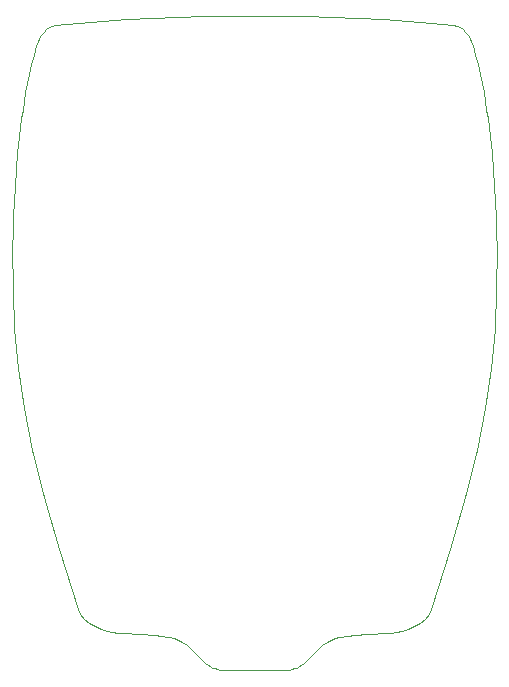
<source format=gbr>
%TF.GenerationSoftware,KiCad,Pcbnew,8.0.6*%
%TF.CreationDate,2024-11-10T20:15:22+09:00*%
%TF.ProjectId,sao-petal,73616f2d-7065-4746-916c-2e6b69636164,-*%
%TF.SameCoordinates,Original*%
%TF.FileFunction,Profile,NP*%
%FSLAX46Y46*%
G04 Gerber Fmt 4.6, Leading zero omitted, Abs format (unit mm)*
G04 Created by KiCad (PCBNEW 8.0.6) date 2024-11-10 20:15:22*
%MOMM*%
%LPD*%
G01*
G04 APERTURE LIST*
%TA.AperFunction,Profile*%
%ADD10C,0.050000*%
%TD*%
G04 APERTURE END LIST*
D10*
X156019150Y-61668370D02*
X155879850Y-61380670D01*
X158043150Y-75204370D02*
X157969650Y-73865670D01*
X140574750Y-114849370D02*
X140807150Y-114809970D01*
X157050550Y-65963370D02*
X156906750Y-65195370D01*
X128803250Y-111891170D02*
X129227350Y-111937470D01*
X157396550Y-68172170D02*
X157293050Y-67451670D01*
X134733450Y-114849370D02*
X134981050Y-114869270D01*
X155285350Y-60636570D02*
X155040150Y-60458870D01*
X118821350Y-96267170D02*
X119800450Y-100213270D01*
X118015150Y-67451670D02*
X117911650Y-68172170D01*
X157694950Y-89302970D02*
X157992650Y-86009970D01*
X123641750Y-110885370D02*
X124116050Y-111168470D01*
X133874050Y-114563970D02*
X134073450Y-114668370D01*
X130458750Y-112085770D02*
X130825650Y-112167670D01*
X156355250Y-62793870D02*
X156123150Y-61960570D01*
X122680950Y-109719870D02*
X122897950Y-110159370D01*
X143045250Y-113077570D02*
X143400050Y-112781770D01*
X158095250Y-76521570D02*
X158043150Y-75204370D01*
X117176350Y-82659970D02*
X117315750Y-86009770D01*
X137654050Y-114890970D02*
X139814250Y-114907170D01*
X131908250Y-112781770D02*
X132262950Y-113077570D01*
X150177150Y-111570170D02*
X150692050Y-111399970D01*
X128937550Y-59680770D02*
X126797950Y-59784470D01*
X117436850Y-72499270D02*
X117338650Y-73865670D01*
X117720150Y-69658670D02*
X117562950Y-71098970D01*
X118257650Y-65963370D02*
X118129650Y-66715470D01*
X117338650Y-73865670D02*
X117265050Y-75204370D01*
X156487050Y-96267270D02*
X157204650Y-92676270D01*
X133305750Y-59548770D02*
X131113750Y-59602670D01*
X119599150Y-61104670D02*
X119428150Y-61379670D01*
X149679250Y-111680670D02*
X150177150Y-111570170D01*
X125634050Y-111678270D02*
X126084250Y-111729570D01*
X155708750Y-61106670D02*
X155509350Y-60855570D01*
X120807450Y-60264270D02*
X120530450Y-60329370D01*
X117562950Y-71098970D02*
X117436850Y-72499270D01*
X118746750Y-63610670D02*
X118563750Y-64411070D01*
X127542950Y-111801170D02*
X128023850Y-111828270D01*
X134981050Y-114869270D02*
X135493950Y-114907170D01*
X117613450Y-89302670D02*
X118103850Y-92676070D01*
X143757850Y-112525170D02*
X144118650Y-112317270D01*
X146080750Y-111934670D02*
X146504750Y-111885970D01*
X158147550Y-79115870D02*
X158128950Y-77823270D01*
X126917350Y-111769970D02*
X127542950Y-111801170D01*
X119185050Y-61960570D02*
X118953050Y-62793870D01*
X157745350Y-71099070D02*
X157588050Y-69658770D01*
X132614550Y-113402870D02*
X132963050Y-113748170D01*
X157178550Y-66715470D02*
X157050550Y-65963370D01*
X154232850Y-104651770D02*
X155507950Y-100213270D01*
X132262950Y-113077570D02*
X132614550Y-113402870D01*
X120530450Y-60329370D02*
X120267650Y-60455370D01*
X157969650Y-73865670D02*
X157871450Y-72499370D01*
X122897950Y-110159370D02*
X123227050Y-110548470D01*
X137654050Y-59507370D02*
X135492850Y-59517470D01*
X155507950Y-100213270D02*
X156487050Y-96267270D01*
X141626650Y-114435870D02*
X141814550Y-114282870D01*
X154777450Y-60331670D02*
X154500750Y-60264270D01*
X118953050Y-62793870D02*
X118746750Y-63610670D01*
X139818950Y-59515670D02*
X137654050Y-59507370D01*
X117265050Y-75204370D02*
X117213050Y-76521570D01*
X128423050Y-111856470D02*
X128803250Y-111891170D01*
X119288950Y-61668170D02*
X119185050Y-61960570D01*
X118129650Y-66715470D02*
X118015150Y-67451670D01*
X130825650Y-112167670D02*
X131189550Y-112317270D01*
X135493950Y-114907170D02*
X137654050Y-114890970D01*
X154500750Y-60264270D02*
X152621450Y-60062070D01*
X142345150Y-113748170D02*
X142693650Y-113402870D01*
X152621450Y-60062070D02*
X150629550Y-59896670D01*
X124623750Y-111396070D02*
X125138450Y-111566570D01*
X125138450Y-111566570D02*
X125634050Y-111678270D01*
X131189550Y-112317270D02*
X131550350Y-112525170D01*
X157588050Y-69658770D02*
X157396550Y-68172170D01*
X128023850Y-111828270D02*
X128423050Y-111856470D01*
X156561550Y-63610770D02*
X156355250Y-62793870D01*
X131550350Y-112525170D02*
X131908250Y-112781770D01*
X152083450Y-110550070D02*
X152410750Y-110160070D01*
X134501050Y-114809970D02*
X134733450Y-114849370D01*
X150692050Y-111399970D02*
X151198550Y-111171970D01*
X117160650Y-79115870D02*
X117176350Y-82659970D01*
X129227350Y-111937470D02*
X129758250Y-112000570D01*
X155509350Y-60855570D02*
X155285350Y-60636570D01*
X141026450Y-114749970D02*
X141234750Y-114668370D01*
X151670850Y-110888070D02*
X152083450Y-110550070D01*
X143400050Y-112781770D02*
X143757850Y-112525170D01*
X118401550Y-65195270D02*
X118257650Y-65963370D01*
X156123150Y-61960570D02*
X156019150Y-61668370D01*
X123227050Y-110548470D02*
X123641750Y-110885370D01*
X148548950Y-59765070D02*
X146403750Y-59664270D01*
X145549950Y-111999770D02*
X146080750Y-111934670D01*
X148390550Y-111764370D02*
X149223950Y-111729570D01*
X121075450Y-104651770D02*
X122680950Y-109719870D01*
X158128950Y-77823270D02*
X158095250Y-76521570D01*
X146403750Y-59664270D02*
X144217650Y-59591070D01*
X149223950Y-111729570D02*
X149679250Y-111680670D01*
X156744550Y-64411170D02*
X156561550Y-63610770D01*
X156906750Y-65195370D02*
X156744550Y-64411170D01*
X118103850Y-92676070D02*
X118821350Y-96267170D01*
X126084250Y-111729570D02*
X126917350Y-111769970D01*
X134073450Y-114668370D02*
X134281750Y-114749970D01*
X134281750Y-114749970D02*
X134501050Y-114809970D01*
X155879850Y-61380670D02*
X155708750Y-61106670D01*
X120022450Y-60632970D02*
X119798450Y-60852570D01*
X140327150Y-114869270D02*
X140574750Y-114849370D01*
X119800450Y-100213270D02*
X121075450Y-104651770D01*
X141234750Y-114668370D02*
X141434150Y-114563970D01*
X117911650Y-68172170D02*
X117720150Y-69658670D01*
X144118650Y-112317270D02*
X144482550Y-112167670D01*
X147764850Y-111792870D02*
X148390550Y-111764370D01*
X117213050Y-76521570D02*
X117179250Y-77823270D01*
X122712050Y-60074770D02*
X120807450Y-60264270D01*
X133493650Y-114282870D02*
X133681550Y-114435870D01*
X140807150Y-114809970D02*
X141026450Y-114749970D01*
X141814550Y-114282870D02*
X141999750Y-114103970D01*
X157871450Y-72499370D02*
X157745350Y-71099070D01*
X118563750Y-64411070D02*
X118401550Y-65195270D01*
X132963050Y-113748170D02*
X133308450Y-114103970D01*
X144849450Y-112085770D02*
X145549950Y-111999770D01*
X157204650Y-92676270D02*
X157694950Y-89302970D01*
X157992650Y-86009970D02*
X158132050Y-82660070D01*
X135492850Y-59517470D02*
X133305750Y-59548770D01*
X144482550Y-112167670D02*
X144849450Y-112085770D01*
X126797950Y-59784470D02*
X124715850Y-59915370D01*
X129758250Y-112000570D02*
X130458750Y-112085770D01*
X139814250Y-114907170D02*
X140327150Y-114869270D01*
X144217650Y-59591070D02*
X142014750Y-59542570D01*
X146504750Y-111885970D02*
X146884850Y-111849170D01*
X151198550Y-111171970D02*
X151670850Y-110888070D01*
X119428150Y-61379670D02*
X119288950Y-61668170D01*
X147283950Y-111819570D02*
X147764850Y-111792870D01*
X155040150Y-60458870D02*
X154777450Y-60331670D01*
X141999750Y-114103970D02*
X142345150Y-113748170D01*
X152627250Y-109719870D02*
X154232850Y-104651770D01*
X131113750Y-59602670D02*
X128937550Y-59680770D01*
X150629550Y-59896670D02*
X148548950Y-59765070D01*
X157293050Y-67451670D02*
X157178550Y-66715470D01*
X141434150Y-114563970D02*
X141626650Y-114435870D01*
X120267650Y-60455370D02*
X120022450Y-60632970D01*
X119798450Y-60852570D02*
X119599150Y-61104670D01*
X133681550Y-114435870D02*
X133874050Y-114563970D01*
X117179250Y-77823270D02*
X117160650Y-79115870D01*
X133308450Y-114103970D02*
X133493650Y-114282870D01*
X158132050Y-82660070D02*
X158147550Y-79115870D01*
X124715850Y-59915370D02*
X122712050Y-60074770D01*
X142014750Y-59542570D02*
X139818950Y-59515670D01*
X152410750Y-110160070D02*
X152627250Y-109719870D01*
X124116050Y-111168470D02*
X124623750Y-111396070D01*
X142693650Y-113402870D02*
X143045250Y-113077570D01*
X146884850Y-111849170D02*
X147283950Y-111819570D01*
X117315750Y-86009770D02*
X117613450Y-89302670D01*
M02*

</source>
